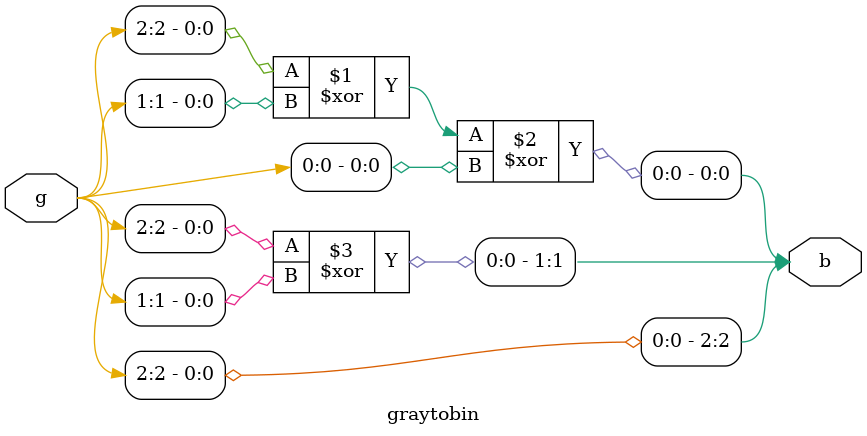
<source format=v>
`timescale 1ns / 1ps
module graytobin(g,b);
    input[2:0]g;
    output [2:0]b;
	assign b[0]= g[2]^g[1]^g[0];
	assign b[1]= g[2]^g[1];
	assign b[2]= g[2];
 


endmodule

</source>
